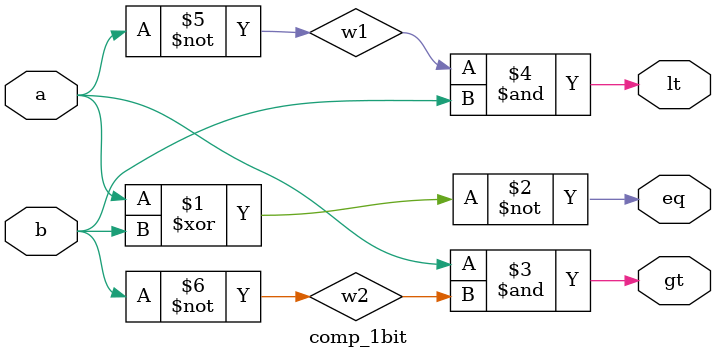
<source format=v>
`timescale 1ns / 1ps
module comparator( input [3:0]a,
                    input [3:0]b,
                    output lt,Eq,gt
    );
 wire [18:1]w;
 comp_1bit c1(a[3],b[3],w[1],w[2],w[3]);
 comp_1bit c2(a[2],b[2],w[4],w[5],w[6]);
 comp_1bit c3(a[1],b[1],w[7],w[8],w[9]);
 comp_1bit c4(a[0],b[0],w[10],w[11],w[12]); 
 
 and equall(Eq,w[2],w[5],w[8],w[11]);
 
 and a0(w[13],w[4],w[2]);
 and a1(w[15],w[7],w[5],w[2]);
 and a2(w[17],w[8],w[5],w[2],w[10]);
 or lessthan(lt,w[1],w[13],w[15],w[17]);
 
 and a3(w[14],w[6],w[2]);
 and a4(w[16],w[9],w[5],w[2]);
 and a5(w[18],w[8],w[5],w[2],w[12]);
 or greaterthan(gt,w[3],w[14],w[16],w[18]);
endmodule
// 1-Bit comparator
module comp_1bit(input a,b,
                output lt,eq,gt
                );
wire w1,w2;
xnor (eq, a, b);
not (w1,a);
not (w2,b);
and (gt,a,w2);
and (lt,w1,b);
endmodule

/* Top module for implementing on FPGA
module top(sw,led);
input [7:0]sw;
output [2:0]led;
comparator dut(.a(sw[3:0]),
                .b(sw[7:4]),
                .Eq(led[0]),
                .gt(led[1]),
                .lt(led[2])
                );

endmodule

*/

</source>
